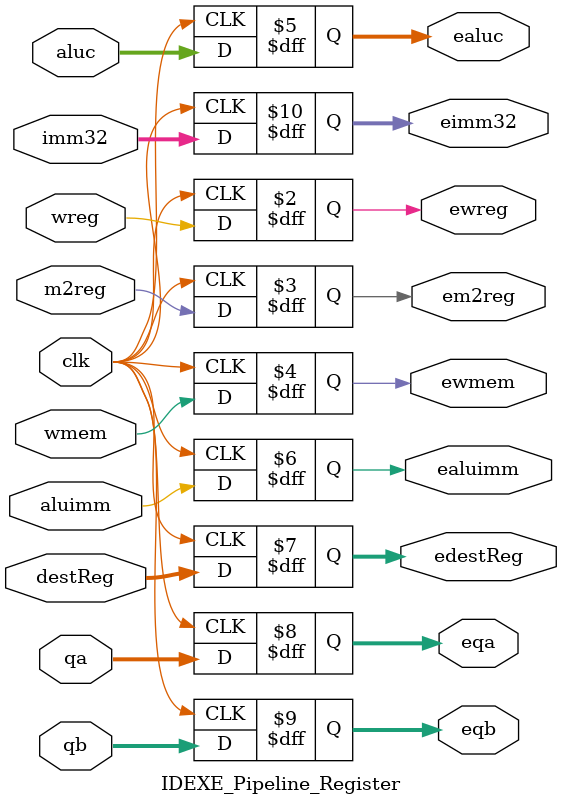
<source format=v>
`timescale 1ns / 1ps


module IDEXE_Pipeline_Register(wreg, m2reg, wmem, aluc, aluimm, destReg, qa, qb, imm32, clk,
    ewreg, em2reg, ewmem, ealuc, ealuimm, edestReg, eqa, eqb, eimm32);
  
    input wreg;
    input m2reg;
    input wmem;
    input[3:0] aluc;
    input aluimm;
    input[4:0] destReg;
    input[31:0] qa;
    input[31:0] qb;
    input[31:0] imm32;
    input clk;
    
    output ewreg;
    output em2reg;
    output ewmem;
    output[3:0] ealuc;
    output ealuimm;
    output[4:0] edestReg;
    output[31:0] eqa;
    output[31:0] eqb;
    output[31:0] eimm32;
    reg ewreg;
    reg em2reg;
    reg ewmem;
    reg[3:0] ealuc;
    reg ealuimm;
    reg[4:0] edestReg;
    reg[31:0] eqa;
    reg[31:0] eqb;
    reg[31:0] eimm32;
    
    always @(posedge clk) begin
        ewreg = wreg;
        em2reg = m2reg;
        ewmem = wmem;
        ealuc = aluc;
        ealuimm = aluimm;
        edestReg = destReg;
        eqa = qa;
        eqb = qb;
        eimm32 = imm32;
    end
endmodule
</source>
